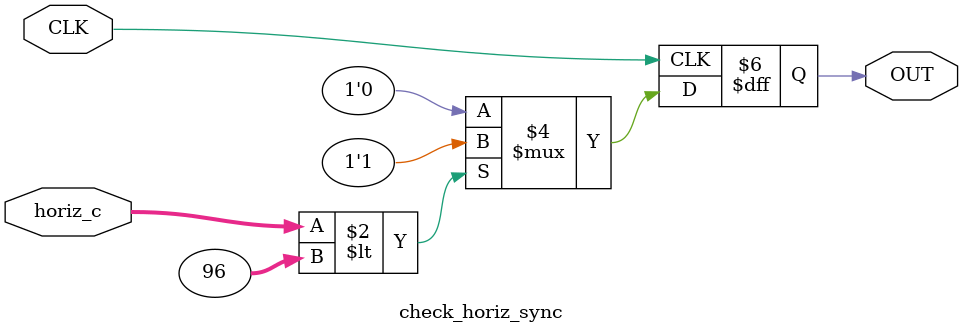
<source format=v>
module check_horiz_sync(OUT, horiz_c, CLK);

output reg OUT;
input [9:0] horiz_c;
input CLK;

//initial begin
//	OUT <= 0;
//end

//Bring line low if we're between 0 and 96 (h sync time)
always @(posedge CLK)
begin
	if (horiz_c < 96)begin
		OUT <= 1;
	end
	else begin
		OUT <= 0;
	end
end

endmodule
</source>
